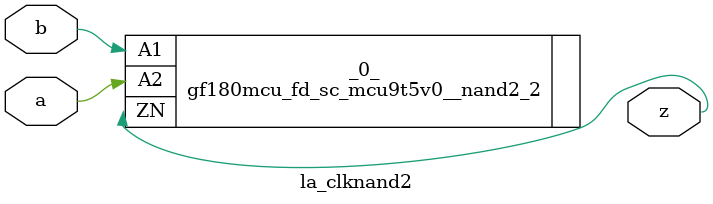
<source format=v>
/* Generated by Yosys 0.37 (git sha1 a5c7f69ed, clang 14.0.0-1ubuntu1.1 -fPIC -Os) */

module la_clknand2(a, b, z);
  input a;
  wire a;
  input b;
  wire b;
  output z;
  wire z;
  gf180mcu_fd_sc_mcu9t5v0__nand2_2 _0_ (
    .A1(b),
    .A2(a),
    .ZN(z)
  );
endmodule

</source>
